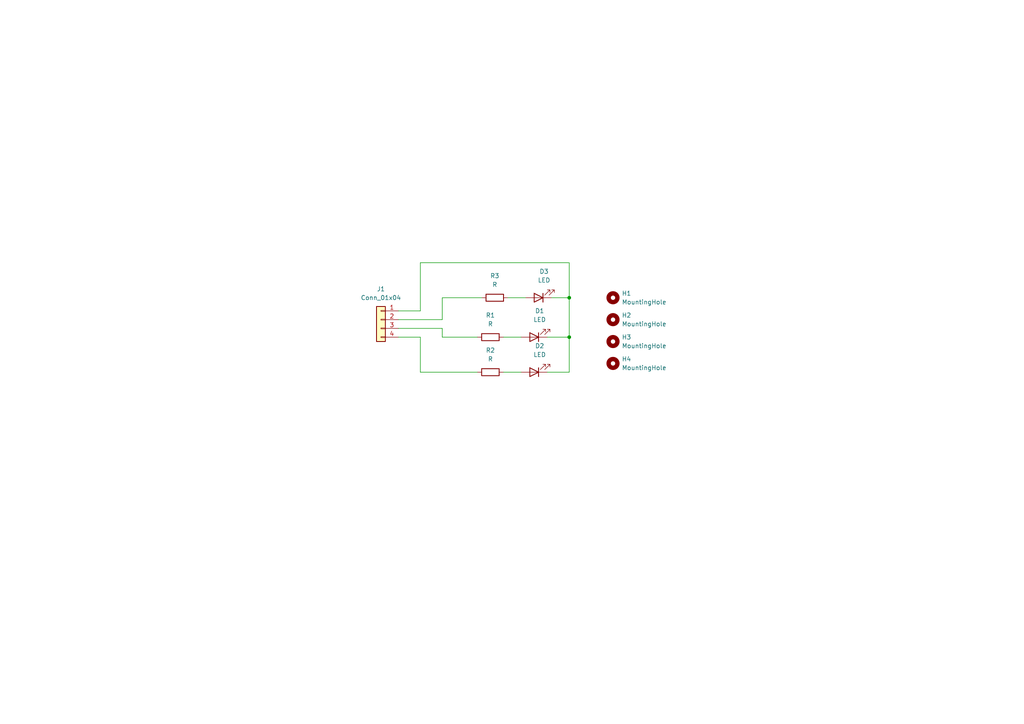
<source format=kicad_sch>
(kicad_sch (version 20211123) (generator eeschema)
  (paper "A4")
  (lib_symbols
    (symbol "Connector_Generic:Conn_01x04" (pin_names (offset 1.016) hide)
      (property "Reference" "J" (at 0 5.08 0))
      (property "Value" "Conn_01x04" (at 0 -7.62 0))
      (symbol "Conn_01x04_1_1"
        (rectangle (start -1.27 -4.953) (end 0 -5.207) (stroke (width 0.1524)))
        (rectangle (start -1.27 -2.413) (end 0 -2.667) (stroke (width 0.1524)))
        (rectangle (start -1.27 0.127) (end 0 -0.127) (stroke (width 0.1524)))
        (rectangle (start -1.27 2.667) (end 0 2.413) (stroke (width 0.1524)))
        (rectangle (start -1.27 3.81) (end 1.27 -6.35) (stroke (width 0.254)) (fill (type background)))
        (pin passive line (at -5.08 2.54 0) (length 3.81) (name "Pin_1") (number "1"))
        (pin passive line (at -5.08 0 0) (length 3.81) (name "Pin_2") (number "2"))
        (pin passive line (at -5.08 -2.54 0) (length 3.81) (name "Pin_3") (number "3"))
        (pin passive line (at -5.08 -5.08 0) (length 3.81) (name "Pin_4") (number "4"))
      )
    )
    (symbol "Device:LED" (pin_numbers hide) (pin_names (offset 1.016) hide)
      (property "Reference" "D" (at 0 2.54 0))
      (property "Value" "LED" (at 0 -2.54 0))
      (symbol "LED_0_1"
        (polyline (pts (xy -1.27 -1.27) (xy -1.27 1.27)) (stroke (width 0.254)))
        (polyline (pts (xy -1.27 0) (xy 1.27 0)))
        (polyline (pts (xy 1.27 -1.27) (xy 1.27 1.27) (xy -1.27 0) (xy 1.27 -1.27)) (stroke (width 0.254)))
        (polyline (pts (xy -3.048 -0.762) (xy -4.572 -2.286) (xy -3.81 -2.286) (xy -4.572 -2.286) (xy -4.572 -1.524)))
        (polyline (pts (xy -1.778 -0.762) (xy -3.302 -2.286) (xy -2.54 -2.286) (xy -3.302 -2.286) (xy -3.302 -1.524)))
      )
      (symbol "LED_1_1"
        (pin passive line (at -3.81 0 0) (length 2.54) (name "K") (number "1"))
        (pin passive line (at 3.81 0 180) (length 2.54) (name "A") (number "2"))
      )
    )
    (symbol "Device:R" (pin_numbers hide) (pin_names (offset 0))
      (property "Reference" "R" (at 2.032 0 90))
      (property "Value" "R" (at 0 0 90))
      (symbol "R_0_1"
        (rectangle (start -1.016 -2.54) (end 1.016 2.54) (stroke (width 0.254)))
      )
      (symbol "R_1_1"
        (pin passive line (at 0 3.81 270) (length 1.27) (name "~") (number "1"))
        (pin passive line (at 0 -3.81 90) (length 1.27) (name "~") (number "2"))
      )
    )
    (symbol "Mechanical:MountingHole" (pin_names (offset 1.016))
      (property "Reference" "H" (at 0 5.08 0))
      (property "Value" "MountingHole" (at 0 3.175 0))
      (symbol "MountingHole_0_1"
        (circle (center 0 0) (radius 1.27) (stroke (width 1.27)))
      )
    )
  )
  (junction (at 165.1 86.36))
  (junction (at 165.1 97.79))
  (wire (pts (xy 165.1 97.79) (xy 165.1 107.95)))
  (wire (pts (xy 128.27 86.36) (xy 139.7 86.36)))
  (wire (pts (xy 165.1 76.2) (xy 165.1 86.36)))
  (wire (pts (xy 128.27 92.71) (xy 128.27 86.36)))
  (wire (pts (xy 146.05 97.79) (xy 151.13 97.79)))
  (wire (pts (xy 115.57 95.25) (xy 128.27 95.25)))
  (wire (pts (xy 146.05 107.95) (xy 151.13 107.95)))
  (wire (pts (xy 165.1 86.36) (xy 165.1 97.79)))
  (wire (pts (xy 128.27 97.79) (xy 138.43 97.79)))
  (wire (pts (xy 121.92 76.2) (xy 165.1 76.2)))
  (wire (pts (xy 115.57 97.79) (xy 121.92 97.79)))
  (wire (pts (xy 147.32 86.36) (xy 152.4 86.36)))
  (wire (pts (xy 128.27 95.25) (xy 128.27 97.79)))
  (wire (pts (xy 121.92 90.17) (xy 121.92 76.2)))
  (wire (pts (xy 160.02 86.36) (xy 165.1 86.36)))
  (wire (pts (xy 121.92 97.79) (xy 121.92 107.95)))
  (wire (pts (xy 115.57 90.17) (xy 121.92 90.17)))
  (wire (pts (xy 121.92 107.95) (xy 138.43 107.95)))
  (wire (pts (xy 115.57 92.71) (xy 128.27 92.71)))
  (wire (pts (xy 158.75 97.79) (xy 165.1 97.79)))
  (wire (pts (xy 165.1 107.95) (xy 158.75 107.95)))
  (symbol (lib_id "Device:LED") (at 156.21 86.36 180) (unit 1)
    (property "Reference" "D3" (at 157.7975 78.74 0))
    (property "Value" "LED" (at 157.7975 81.28 0))
    (property "Footprint" "LED_THT:LED_D3.0mm" (effects hide))
  )
  (symbol (lib_id "Connector_Generic:Conn_01x04") (at 110.49 92.71 0) (mirror y) (unit 1)
    (property "Reference" "J1" (at 110.49 83.82 0))
    (property "Value" "Conn_01x04" (at 110.49 86.36 0))
    (property "Footprint" "Connector_PinHeader_2.54mm:PinHeader_1x04_P2.54mm_Horizontal" (effects hide))
  )
  (symbol (lib_id "Mechanical:MountingHole") (at 177.8 92.71 0) (unit 1)
    (property "Reference" "H2" (at 180.34 91.4399 0) (effects (justify left)))
    (property "Value" "MountingHole" (at 180.34 93.9799 0) (effects (justify left)))
    (property "Footprint" "MountingHole:MountingHole_2.5mm_Pad" (effects hide))
  )
  (symbol (lib_id "Mechanical:MountingHole") (at 177.8 99.06 0) (unit 1)
    (property "Reference" "H3" (at 180.34 97.7899 0) (effects (justify left)))
    (property "Value" "MountingHole" (at 180.34 100.3299 0) (effects (justify left)))
    (property "Footprint" "MountingHole:MountingHole_2.5mm_Pad" (effects hide))
  )
  (symbol (lib_id "Device:R") (at 142.24 107.95 90) (unit 1)
    (property "Reference" "R2" (at 142.24 101.6 90))
    (property "Value" "R" (at 142.24 104.14 90))
    (property "Footprint" "Resistor_THT:R_Axial_DIN0204_L3.6mm_D1.6mm_P5.08mm_Horizontal" (effects hide))
  )
  (symbol (lib_id "Mechanical:MountingHole") (at 177.8 86.36 0) (unit 1)
    (property "Reference" "H1" (at 180.34 85.0899 0) (effects (justify left)))
    (property "Value" "MountingHole" (at 180.34 87.6299 0) (effects (justify left)))
    (property "Footprint" "MountingHole:MountingHole_2.5mm_Pad" (effects hide))
  )
  (symbol (lib_id "Device:LED") (at 154.94 97.79 180) (unit 1)
    (property "Reference" "D1" (at 156.5275 90.17 0))
    (property "Value" "LED" (at 156.5275 92.71 0))
    (property "Footprint" "LED_THT:LED_D3.0mm" (effects hide))
  )
  (symbol (lib_id "Mechanical:MountingHole") (at 177.8 105.41 0) (unit 1)
    (property "Reference" "H4" (at 180.34 104.1399 0) (effects (justify left)))
    (property "Value" "MountingHole" (at 180.34 106.6799 0) (effects (justify left)))
    (property "Footprint" "MountingHole:MountingHole_2.5mm_Pad" (effects hide))
  )
  (symbol (lib_id "Device:R") (at 143.51 86.36 90) (unit 1)
    (property "Reference" "R3" (at 143.51 80.01 90))
    (property "Value" "R" (at 143.51 82.55 90))
    (property "Footprint" "Resistor_THT:R_Axial_DIN0204_L3.6mm_D1.6mm_P5.08mm_Horizontal" (effects hide))
  )
  (symbol (lib_id "Device:LED") (at 154.94 107.95 180) (unit 1)
    (property "Reference" "D2" (at 156.5275 100.33 0))
    (property "Value" "LED" (at 156.5275 102.87 0))
    (property "Footprint" "LED_THT:LED_D3.0mm" (effects hide))
  )
  (symbol (lib_id "Device:R") (at 142.24 97.79 90) (unit 1)
    (property "Reference" "R1" (at 142.24 91.44 90))
    (property "Value" "R" (at 142.24 93.98 90))
    (property "Footprint" "Resistor_THT:R_Axial_DIN0204_L3.6mm_D1.6mm_P5.08mm_Horizontal" (effects hide))
  )
)
</source>
